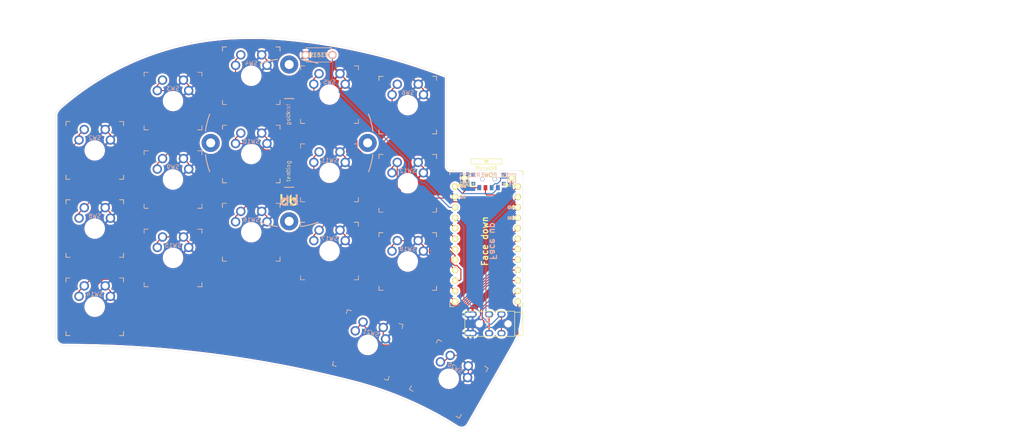
<source format=kicad_pcb>
(kicad_pcb (version 20211014) (generator pcbnew)
  (layers (0 "F.Cu" signal) (31 "B.Cu" signal) (34 "B.Paste" user) (35 "F.Paste" user) (36 "B.SilkS" user "B.Silkscreen") (37 "F.SilkS" user "F.Silkscreen") (38 "B.Mask" user) (39 "F.Mask" user) (44 "Edge.Cuts" user))
  (net 0 "")
  (net 1 "gnd")
  (net 2 "vcc")
  (net 3 "Switch18")
  (net 4 "reset")
  (net 5 "Switch1")
  (net 6 "Switch2")
  (net 7 "Switch3")
  (net 8 "Switch4")
  (net 9 "Switch5")
  (net 10 "Switch6")
  (net 11 "Switch7")
  (net 12 "Switch8")
  (net 13 "Switch9")
  (net 14 "Switch10")
  (net 15 "Switch11")
  (net 16 "Switch12")
  (net 17 "Switch13")
  (net 18 "Switch14")
  (net 19 "Switch15")
  (net 20 "Switch16")
  (net 21 "Switch17")
  (net 22 "raw")
  (net 23 "BT+_r")
  (net 24 "Net-(SW_POWERR1-Pad1)")
  (footprint "kbd:1pin_conn" (layer "F.Cu") (at 146.19 83.736)
    (fp_text reference "Bat+r1")
    (fp_text value "MountingHole_Pad" hide)
  )
  (footprint "kbd:1pin_conn" (layer "F.Cu") (at 134.76 83.736)
    (fp_text reference "BatGND1")
    (fp_text value "MountingHole_Pad" hide)
  )
  (footprint "Kailh:TRRS-PJ-DPB2" (layer "F.Cu") (at 146.95 119.15 -90)
    (fp_text reference "J2")
    (fp_text value "AudioJack4dpb" hide)
  )
  (footprint "Kailh:SW_MX_reversible_minimal" (layer "F.Cu") (at 45 77)
    (fp_text reference "SW2" hide)
    (fp_text value "SW_Push" hide)
  )
  (footprint "Kailh:SW_MX_reversible_minimal" (layer "F.Cu") (at 64 65)
    (fp_text reference "SW3" hide)
    (fp_text value "SW_Push" hide)
  )
  (footprint "Kailh:SW_MX_reversible_minimal" (layer "F.Cu") (at 83 58.86)
    (fp_text reference "SW4" hide)
    (fp_text value "SW_Push" hide)
  )
  (footprint "Kailh:SW_MX_reversible_minimal" (layer "F.Cu") (at 101.994 63.432)
    (fp_text reference "SW5" hide)
    (fp_text value "SW_Push" hide)
  )
  (footprint "Kailh:SW_MX_reversible_minimal" (layer "F.Cu") (at 121 66)
    (fp_text reference "SW6" hide)
    (fp_text value "SW_Push" hide)
  )
  (footprint "Kailh:SW_MX_reversible_minimal" (layer "F.Cu") (at 45 96)
    (fp_text reference "SW8" hide)
    (fp_text value "SW_Push" hide)
  )
  (footprint "Kailh:SW_MX_reversible_minimal" (layer "F.Cu") (at 64 84.074)
    (fp_text reference "SW9" hide)
    (fp_text value "SW_Push" hide)
  )
  (footprint "Kailh:SW_MX_reversible_minimal" (layer "F.Cu") (at 83 77.878)
    (fp_text reference "SW10" hide)
    (fp_text value "SW_Push" hide)
  )
  (footprint "Kailh:SW_MX_reversible_minimal" (layer "F.Cu") (at 102 82.45)
    (fp_text reference "SW11" hide)
    (fp_text value "SW_Push" hide)
  )
  (footprint "Kailh:SW_MX_reversible_minimal" (layer "F.Cu") (at 120.98 84.99)
    (fp_text reference "SW12" hide)
    (fp_text value "SW_Push" hide)
  )
  (footprint "Kailh:SW_MX_reversible_minimal" (layer "F.Cu") (at 45 115)
    (fp_text reference "SW14" hide)
    (fp_text value "SW_Push" hide)
  )
  (footprint "Kailh:SW_MX_reversible_minimal" (layer "F.Cu") (at 64.008 103.124)
    (fp_text reference "SW15" hide)
    (fp_text value "SW_Push" hide)
  )
  (footprint "Kailh:SW_MX_reversible_minimal" (layer "F.Cu") (at 83 96.896)
    (fp_text reference "SW16" hide)
    (fp_text value "SW_Push" hide)
  )
  (footprint "Kailh:SW_MX_reversible_minimal" (layer "F.Cu") (at 102 101.468)
    (fp_text reference "SW17" hide)
    (fp_text value "SW_Push" hide)
  )
  (footprint "Kailh:SW_MX_reversible_minimal" (layer "F.Cu") (at 130.95 132.504 -30)
    (fp_text reference "SW20" hide)
    (fp_text value "SW_Push" hide)
  )
  (footprint "Kailh:SW_MX_reversible_minimal" (layer "F.Cu") (at 111.272 124.288 -15)
    (fp_text reference "SW21" hide)
    (fp_text value "SW_Push" hide)
  )
  (footprint "kbd:Tenting_Puck2" (layer "F.Cu") (at 92.202 75.184)
    (fp_text reference "REF**")
    (fp_text value "Tenting Puck")
  )
  (footprint "Kailh:SPDT_C128955r" (layer "F.Cu") (at 140.602 83.99)
    (fp_text reference "SW2")
    (fp_text value "SW_SPDT")
  )
  (footprint "Kailh:SW_MX_reversible_minimal" (layer "F.Cu") (at 120.98 104.008)
    (fp_text reference "SW18" hide)
    (fp_text value "SW_Push" hide)
  )
  (footprint "kbd:ProMicro_v3_min" (layer "F.Cu") (at 140.094 100.246)
    (fp_text reference "U1" hide)
    (fp_text value "ProMicro-kbd" hide)
  )
  (footprint "Kailh:SPDT_C128955" (layer "B.Cu") (at 140.602 83.99 180)
    (fp_text reference "SW_POWERR1")
    (fp_text value "SW_SPDT")
  )
  (footprint "kbd:ResetSW" (layer "B.Cu") (at 99.45 53.8 180)
    (fp_text reference "RSW1" hide)
    (fp_text value "SW_Push")
  )
  (gr_arc (start 148.162 81.866) (mid 148.69233 82.08567) (end 148.912 82.616) (layer "Edge.Cuts") (width 0.05))
  (gr_line (start 148.912 96.45) (end 148.912 101.262) (layer "Edge.Cuts") (width 0.05))
  (gr_line (start 131.458 81.868917) (end 148.162 81.866) (layer "Edge.Cuts") (width 0.05))
  (gr_line (start 147.161679 123.613657) (end 135.71 143.699265) (layer "Edge.Cuts") (width 0.05))
  (gr_arc (start 148.924 116.248) (mid 148.462831 120.031316) (end 147.161679 123.613657) (layer "Edge.Cuts") (width 0.05))
  (gr_line (start 148.912 82.616) (end 148.912 96.45) (layer "Edge.Cuts") (width 0.05))
  (gr_line (start 148.912 101.262) (end 148.95 111.9) (layer "Edge.Cuts") (width 0.05))
  (gr_line (start 148.95 111.9) (end 148.924 116.248) (layer "Edge.Cuts") (width 0.05))
  (gr_arc (start 131.458 81.868917) (mid 130.750893 81.576024) (end 130.458 80.868917) (layer "Edge.Cuts") (width 0.05))
  (gr_line (start 130.458 80.868917) (end 130.463 59.473) (layer "Edge.Cuts") (width 0.05))
  (gr_arc (start 35.465859 68.23732) (mid 36.023193 67.119598) (end 36.894611 66.224861) (layer "Edge.Cuts") (width 0.05))
  (gr_arc (start 85.843227 49.463504) (mid 108.303644 52.385453) (end 130.028245 58.79247) (layer "Edge.Cuts") (width 0.05))
  (gr_line (start 37.767536 124.476378) (end 37.493002 124.473917) (layer "Edge.Cuts") (width 0.05))
  (gr_arc (start 107.797707 133.384137) (mid 120.821222 137.841207) (end 132.978 144.298) (layer "Edge.Cuts") (width 0.05))
  (gr_arc (start 37.767536 124.476378) (mid 73.062529 126.72971) (end 107.797707 133.384137) (layer "Edge.Cuts") (width 0.05))
  (gr_arc (start 37.493002 124.473917) (mid 36.080534 123.924716) (end 35.458001 122.542999) (layer "Edge.Cuts") (width 0.05))
  (gr_arc (start 135.71 143.699265) (mid 134.468995 144.56898) (end 132.978 144.298) (layer "Edge.Cuts") (width 0.05))
  (gr_arc (start 130.028245 58.79247) (mid 130.345034 59.069226) (end 130.463 59.473) (layer "Edge.Cuts") (width 0.05))
  (gr_line (start 35.465859 68.23732) (end 35.458001 122.542999) (layer "Edge.Cuts") (width 0.05))
  (gr_line (start 85.843227 49.463504) (end 81.868 49.468) (layer "Edge.Cuts") (width 0.05))
  (gr_arc (start 36.894611 66.224861) (mid 57.871135 53.793316) (end 81.868 49.468) (layer "Edge.Cuts") (width 0.05))
  (gr_text "Face up" (at 141.7 99.06 -90) (layer "B.SilkS") (effects (font (size 1.5 1.5) (thickness 0.3)) (justify mirror)))
  (gr_text "Face down" (at 139.7 99.06 90) (layer "F.SilkS") (effects (font (size 1.5 1.5) (thickness 0.3))))
  (segment (start 115.040252 120.038497) (end 115.040252 122.251323) (width 0.25) (layer "F.Cu") (net 1))
  (segment (start 67.818 99.314) (end 67.818 100.584) (width 0.25) (layer "F.Cu") (net 1))
  (segment (start 104.54 77.37) (end 105.81 78.64) (width 0.25) (layer "F.Cu") (net 1))
  (segment (start 104.534 58.352) (end 105.804 59.622) (width 0.25) (layer "F.Cu") (net 1))
  (segment (start 135.65 116.85) (end 136.7 116.85) (width 0.25) (layer "F.Cu") (net 1))
  (segment (start 124.79 100.198) (end 124.79 101.468) (width 0.25) (layer "F.Cu") (net 1))
  (segment (start 104.54 96.388) (end 105.81 97.658) (width 0.25) (layer "F.Cu") (net 1))
  (segment (start 136.7 116.85) (end 136.73 116.82) (width 0.25) (layer "F.Cu") (net 1))
  (segment (start 135.689705 129.374591) (end 135.689705 132.039147) (width 0.25) (layer "F.Cu") (net 1))
  (segment (start 124.79 81.18) (end 124.79 82.45) (width 0.25) (layer "F.Cu") (net 1))
  (segment (start 47.54 71.92) (end 48.81 73.19) (width 0.25) (layer "F.Cu") (net 1))
  (segment (start 123.54 60.92) (end 124.81 62.19) (width 0.25) (layer "F.Cu") (net 1))
  (segment (start 86.81 55.05) (end 86.81 56.32) (width 0.25) (layer "F.Cu") (net 1))
  (segment (start 47.54 109.92) (end 48.81 111.19) (width 0.25) (layer "F.Cu") (net 1))
  (segment (start 67.81 61.19) (end 67.81 62.46) (width 0.25) (layer "F.Cu") (net 1))
  (segment (start 124.81 62.19) (end 124.81 63.46) (width 0.25) (layer "F.Cu") (net 1))
  (segment (start 115.040252 122.251323) (end 115.609578 122.820649) (width 0.25) (layer "F.Cu") (net 1))
  (segment (start 123.52 79.91) (end 124.79 81.18) (width 0.25) (layer "F.Cu") (net 1))
  (segment (start 67.81 80.264) (end 67.81 81.534) (width 0.25) (layer "F.Cu") (net 1))
  (segment (start 48.81 92.19) (end 48.81 93.46) (width 0.25) (layer "F.Cu") (net 1))
  (segment (start 86.81 74.068) (end 86.81 75.338) (width 0.25) (layer "F.Cu") (net 1))
  (segment (start 136.72 121.42) (end 136.75 121.45) (width 0.25) (layer "F.Cu") (net 1))
  (segment (start 66.548 98.044) (end 67.818 99.314) (width 0.25) (layer "F.Cu") (net 1))
  (segment (start 105.81 78.64) (end 105.81 79.91) (width 0.25) (layer "F.Cu") (net 1))
  (segment (start 85.54 91.816) (end 86.81 93.086) (width 0.25) (layer "F.Cu") (net 1))
  (segment (start 86.81 93.086) (end 86.81 94.356) (width 0.25) (layer "F.Cu") (net 1))
  (segment (start 105.804 59.622) (end 105.804 60.892) (width 0.25) (layer "F.Cu") (net 1))
  (segment (start 48.81 111.19) (end 48.81 112.46) (width 0.25) (layer "F.Cu") (net 1))
  (segment (start 48.81 73.19) (end 48.81 74.46) (width 0.25) (layer "F.Cu") (net 1))
  (segment (start 105.81 97.658) (end 105.81 98.928) (width 0.25) (layer "F.Cu") (net 1))
  (segment (start 123.52 98.928) (end 124.79 100.198) (width 0.25) (layer "F.Cu") (net 1))
  (segment (start 66.54 59.92) (end 67.81 61.19) (width 0.25) (layer "F.Cu") (net 1))
  (segment (start 85.54 53.78) (end 86.81 55.05) (width 0.25) (layer "F.Cu") (net 1))
  (segment (start 85.54 72.798) (end 86.81 74.068) (width 0.25) (layer "F.Cu") (net 1))
  (segment (start 135.63 121.42) (end 136.72 121.42) (width 0.25) (layer "F.Cu") (net 1))
  (segment (start 66.54 78.994) (end 67.81 80.264) (width 0.25) (layer "F.Cu") (net 1))
  (segment (start 47.54 90.92) (end 48.81 92.19) (width 0.25) (layer "F.Cu") (net 1))
  (segment (start 135.689705 132.039147) (end 135.519557 132.209295) (width 0.25) (layer "F.Cu") (net 1))
  (segment (start 143.73 121.43) (end 143.75 121.45) (width 0.25) (layer "F.Cu") (net 2))
  (segment (start 143.73 116.82) (end 143.73 121.43) (width 0.25) (layer "F.Cu") (net 2))
  (segment (start 132.4854 93.388) (end 134.6 95.5026) (width 0.25) (layer "B.Cu") (net 2))
  (segment (start 140.8 119.25) (end 141.3 119.25) (width 0.25) (layer "B.Cu") (net 2))
  (segment (start 140.8 119.151522) (end 140.8 119.25) (width 0.25) (layer "B.Cu") (net 2))
  (segment (start 134.6 112.951522) (end 136.674239 115.025761) (width 0.25) (layer "B.Cu") (net 2))
  (segment (start 139.049239 116.799239) (end 139.049239 117.400761) (width 0.25) (layer "B.Cu") (net 2))
  (segment (start 136.674239 115.025761) (end 137.275761 115.025761) (width 0.25) (layer "B.Cu") (net 2))
  (segment (start 134.6 95.5026) (end 134.6 112.951522) (width 0.25) (layer "B.Cu") (net 2))
  (segment (start 137.275761 115.025761) (end 139.049239 116.799239) (width 0.25) (layer "B.Cu") (net 2))
  (segment (start 141.3 119.25) (end 143.73 116.82) (width 0.25) (layer "B.Cu") (net 2))
  (segment (start 139.049239 117.400761) (end 140.8 119.151522) (width 0.25) (layer "B.Cu") (net 2))
  (segment (start 140.73 121.43) (end 140.75 121.45) (width 0.25) (layer "F.Cu") (net 3))
  (segment (start 139.97 121.014) (end 139.99 121.034) (width 0.25) (layer "F.Cu") (net 3))
  (segment (start 140.73 116.82) (end 140.73 121.43) (width 0.25) (layer "F.Cu") (net 3))
  (segment (start 139.97 96.0434) (end 147.7054 88.308) (width 0.25) (layer "B.Cu") (net 3))
  (segment (start 139.97 116.404) (end 139.97 96.0434) (width 0.25) (layer "B.Cu") (net 3))
  (segment (start 102.7 59.85) (end 104.336489 61.486489) (width 0.25) (layer "B.Cu") (net 4))
  (segment (start 104.336489 62.856136) (end 121.290176 79.809824) (width 0.25) (layer "B.Cu") (net 4))
  (segment (start 125.15 84.9) (end 131.098 90.848) (width 0.25) (layer "B.Cu") (net 4))
  (segment (start 104.336489 61.486489) (end 104.336489 62.856136) (width 0.25) (layer "B.Cu") (net 4))
  (segment (start 124.4 84.9) (end 125.15 84.9) (width 0.25) (layer "B.Cu") (net 4))
  (segment (start 131.098 90.848) (end 132.4854 90.848) (width 0.25) (layer "B.Cu") (net 4))
  (segment (start 121.290176 81.790176) (end 124.4 84.9) (width 0.25) (layer "B.Cu") (net 4))
  (segment (start 102.7 53.8) (end 102.7 59.85) (width 0.25) (layer "B.Cu") (net 4))
  (segment (start 121.290176 79.809824) (end 121.290176 81.790176) (width 0.25) (layer "B.Cu") (net 4))
  (segment (start 138.65048 115.602824) (end 138.65048 117.15) (width 0.25) (layer "F.Cu") (net 5))
  (segment (start 94.15 106.05) (end 88.6 100.5) (width 0.25) (layer "F.Cu") (net 5))
  (segment (start 42.35 114.8) (end 42.4 114.85) (width 0.25) (layer "F.Cu") (net 5))
  (segment (start 88.6 100.5) (end 72 100.5) (width 0.25) (layer "F.Cu") (net 5))
  (segment (start 42.46 71.92) (end 41.19 73.19) (width 0.25) (layer "F.Cu") (net 5))
  (segment (start 64.15 108.35) (end 47.034625 108.35) (width 0.25) (layer "F.Cu") (net 5))
  (segment (start 42.881089 113.568911) (end 42.35 114.1) (width 0.25) (layer "F.Cu") (net 5))
  (segment (start 72 100.5) (end 64.15 108.35) (width 0.25) (layer "F.Cu") (net 5))
  (segment (start 117.2 106.05) (end 94.15 106.05) (width 0.25) (layer "F.Cu") (net 5))
  (segment (start 125.706125 111.643875) (end 122.793875 111.643875) (width 0.25) (layer "F.Cu") (net 5))
  (segment (start 145.625304 108.628) (end 138.65048 115.602824) (width 0.25) (layer "F.Cu") (net 5))
  (segment (start 137.25144 118.54904) (end 132.611291 118.54904) (width 0.25) (layer "F.Cu") (net 5))
  (segment (start 40.85 116.4) (end 39.35 116.4) (width 0.25) (layer "F.Cu") (net 5))
  (segment (start 42.35 114.1) (end 42.35 114.8) (width 0.25) (layer "F.Cu") (net 5))
  (segment (start 41.19 73.19) (end 41.19 74.46) (width 0.25) (layer "F.Cu") (net 5))
  (segment (start 38.5 77.15) (end 41.19 74.46) (width 0.25) (layer "F.Cu") (net 5))
  (segment (start 39.35 116.4) (end 38.5 115.55) (width 0.25) (layer "F.Cu") (net 5))
  (segment (start 47.034625 108.35) (end 42.881089 112.503536) (width 0.25) (layer "F.Cu") (net 5))
  (segment (start 38.5 115.55) (end 38.5 77.15) (width 0.25) (layer "F.Cu") (net 5))
  (segment (start 42.881089 112.503536) (end 42.881089 113.568911) (width 0.25) (layer "F.Cu") (net 5))
  (segment (start 147.7054 108.628) (end 145.625304 108.628) (width 0.25) (layer "F.Cu") (net 5))
  (segment (start 132.611291 118.54904) (end 125.706125 111.643875) (width 0.25) (layer "F.Cu") (net 5))
  (segment (start 42.4 114.85) (end 40.85 116.4) (width 0.25) (layer "F.Cu") (net 5))
  (segment (start 138.65048 117.15) (end 137.25144 118.54904) (width 0.25) (layer "F.Cu") (net 5))
  (segment (start 122.793875 111.643875) (end 117.2 106.05) (width 0.25) (layer "F.Cu") (net 5))
  (segment (start 129.89542 99.95458) (end 132.4854 102.54456) (width 0.25) (layer "F.Cu") (net 6))
  (segment (start 98.170956 71.44952) (end 98.674228 71.952792) (width 0.25) (layer "F.Cu") (net 6))
  (segment (start 117.346436 87.405596) (end 117.346436 88.203565) (width 0.25) (layer "F.Cu") (net 6))
  (segment (start 132.4854 102.54456) (end 132.4854 103.548) (width 0.25) (layer "F.Cu") (net 6))
  (segment (start 91.95048 71.442792) (end 91.95048 71.44952) (width 0.25) (layer "F.Cu") (net 6))
  (segment (start 129.95096 95.300714) (end 129.95096 99.89904) (width 0.25) (layer "F.Cu") (net 6))
  (segment (start 60.19 61.19) (end 60.19 62.46) (width 0.25) (layer "F.Cu") (net 6))
  (segment (start 107.562756 74.962756) (end 107.562756 76.937244) (width 0.25) (layer "F.Cu") (net 6))
  (segment (start 125.203039 90.552793) (end 129.95096 95.300714) (width 0.25) (layer "F.Cu") (net 6))
  (segment (start 117.346436 88.203565) (end 119.895664 90.752793) (width 0.25) (layer "F.Cu") (net 6))
  (segment (start 125 90.752793) (end 125.2 90.552793) (width 0.25) (layer "F.Cu") (net 6))
  (segment (start 107.762756 77.137244) (end 107.837244 77.137244) (width 0.25) (layer "F.Cu") (net 6))
  (segment (start 98.674228 71.952792) (end 98.67654 71.95048) (width 0.25) (layer "F.Cu") (net 6))
  (segment (start 129.95096 99.89904) (end 129.89542 99.95458) (width 0.25) (layer "F.Cu") (net 6))
  (segment (start 98.67654 71.95048) (end 104.55048 71.95048) (width 0.25) (layer "F.Cu") (net 6))
  (segment (start 112.657621 82.716781) (end 117.346436 87.405596) (width 0.25) (layer "F.Cu") (net 6))
  (segment (start 60.19 62.46) (end 65.51 62.46) (width 0.25) (layer "F.Cu") (net 6))
  (segment (start 85.957688 65.45) (end 91.95048 71.442792) (width 0.25) (layer "F.Cu") (net 6))
  (segment (start 112.657621 81.957621) (end 112.657621 82.716781) (width 0.25) (layer "F.Cu") (net 6))
  (segment (start 65.51 62.46) (end 68.5 65.45) (width 0.25) (layer "F.Cu") (net 6))
  (segment (start 107.837244 77.137244) (end 112.657621 81.957621) (width 0.25) (layer "F.Cu") (net 6))
  (segment (start 104.55048 71.95048) (end 107.562756 74.962756) (width 0.25) (layer "F.Cu") (net 6))
  (segment (start 119.895664 90.752793) (end 125 90.752793) (width 0.25) (layer "F.Cu") (net 6))
  (segment (start 107.562756 76.937244) (end 107.762756 77.137244) (width 0.25) (layer "F.Cu") (net 6))
  (segment (start 125.2 90.552793) (end 125.203039 90.552793) (width 0.25) (layer "F.Cu") (net 6))
  (segment (start 91.95048 71.44952) (end 98.170956 71.44952) (width 0.25) (layer "F.Cu") (net 6))
  (segment (start 68.5 65.45) (end 85.957688 65.45) (width 0.25) (layer "F.Cu") (net 6))
  (segment (start 61.46 59.92) (end 60.19 61.19) (width 0.25) (layer "F.Cu") (net 6))
  (segment (start 125.210484 89.92452) (end 130.40048 95.114516) (width 0.25) (layer "F.Cu") (net 7))
  (segment (start 79.19 55.05) (end 79.19 56.32) (width 0.25) (layer "F.Cu") (net 7))
  (segment (start 92.143406 71) (end 98.357154 71) (width 0.25) (layer "F.Cu") (net 7))
  (segment (start 113.15048 82.573922) (end 117.762263 87.185705) (width 0.25) (layer "F.Cu") (net 7))
  (segment (start 108.20048 74.89952) (end 108.20048 76.84952) (width 0.25) (layer "F.Cu") (net 7))
  (segment (start 108.20048 76.84952) (end 108.313803 76.84952) (width 0.25) (layer "F.Cu") (net 7))
  (segment (start 108.313803 76.84952) (end 113.15096 81.686677) (width 0.25) (layer "F.Cu") (net 7))
  (segment (start 98.357154 71) (end 98.858114 71.50096) (width 0.25) (layer "F.Cu") (net 7))
  (segment (start 83.028297 64.978297) (end 86.121703 64.978297) (width 0.25) (layer "F.Cu") (net 7))
  (segment (start 120.081861 90.303273) (end 124.6 90.303273) (width 0.25) (layer "F.Cu") (net 7))
  (segment (start 98.858114 71.50096) (end 104.80192 71.50096) (width 0.25) (layer "F.Cu") (net 7))
  (segment (start 130.40048 99.536198) (end 131.872283 101.008) (width 0.25) (layer "F.Cu") (net 7))
  (segment (start 124.92452 89.92452) (end 125.210484 89.92452) (width 0.25) (layer "F.Cu") (net 7))
  (segment (start 124.92452 89.978753) (end 124.92452 89.92452) (width 0.25) (layer "F.Cu") (net 7))
  (segment (start 117.814295 87.185705) (end 117.814294 88.035706) (width 0.25) (layer "F.Cu") (net 7))
  (segment (start 79.19 56.32) (end 79.19 61.14) (width 0.25) (layer "F.Cu") (net 7))
  (segment (start 80.46 53.78) (end 79.19 55.05) (width 0.25) (layer "F.Cu") (net 7))
  (segment (start 86.121703 64.978297) (end 92.143406 71) (width 0.25) (layer "F.Cu") (net 7))
  (segment (start 79.19 61.14) (end 83.028297 64.978297) (width 0.25) (layer "F.Cu") (net 7))
  (segment (start 113.15096 81.74904) (end 113.15048 81.74952) (width 0.25) (layer "F.Cu") (net 7))
  (segment (start 124.6 90.303273) (end 124.92452 89.978753) (width 0.25) (layer "F.Cu") (net 7))
  (segment (start 130.40048 95.114516) (end 130.40048 99.536198) (width 0.25) (layer "F.Cu") (net 7))
  (segment (start 117.814294 88.035706) (end 120.081861 90.303273) (width 0.25) (layer "F.Cu") (net 7))
  (segment (start 131.872283 101.008) (end 132.4854 101.008) (width 0.25) (layer "F.Cu") (net 7))
  (segment (start 113.15096 81.686677) (end 113.15096 81.74904) (width 0.25) (layer "F.Cu") (net 7))
  (segment (start 113.15048 81.74952) (end 113.15048 82.573922) (width 0.25) (layer "F.Cu") (net 7))
  (segment (start 104.80192 71.50096) (end 108.20048 74.89952) (width 0.25) (layer "F.Cu") (net 7))
  (segment (start 117.762263 87.185705) (end 117.814295 87.185705) (width 0.25) (layer "F.Cu") (net 7))
  (segment (start 118.325 87.060693) (end 118.325 87.910694) (width 0.25) (layer "F.Cu") (net 8))
  (segment (start 130.85 94.928318) (end 130.85 96.8326) (width 0.25) (layer "F.Cu") (net 8))
  (segment (start 113.652511 82.388204) (end 118.325 87.060693) (width 0.25) (layer "F.Cu") (net 8))
  (segment (start 102 70.5) (end 104.55 70.5) (width 0.25) (layer "F.Cu") (net 8))
  (segment (start 98.184 60.892) (end 98.184 66.684) (width 0.25) (layer "F.Cu") (net 8))
  (segment (start 99.454 58.352) (end 98.184 59.622) (width 0.25) (layer "F.Cu") (net 8))
  (segment (start 98.184 59.622) (end 98.184 60.892) (width 0.25) (layer "F.Cu") (net 8))
  (segment (start 130.85 96.8326) (end 132.4854 98.468) (width 0.25) (layer "F.Cu") (net 8))
  (segment (start 108.65 76.55) (end 108.85 76.55) (width 0.25) (layer "F.Cu") (net 8))
  (segment (start 104.55 70.5) (end 108.65 74.6) (width 0.25) (layer "F.Cu") (net 8))
  (segment (start 124.253753 89.85) (end 124.629233 89.47452) (width 0.25) (layer "F.Cu") (net 8))
  (segment (start 124.629233 89.47452) (end 125.396202 89.47452) (width 0.25) (layer "F.Cu") (net 8))
  (segment (start 108.85 76.55) (end 113.60048 81.30048) (width 0.25) (layer "F.Cu") (net 8))
  (segment (start 125.396202 89.47452) (end 130.85 94.928318) (width 0.25) (layer "F.Cu") (net 8))
  (segment (start 120.264306 89.85) (end 124.253753 89.85) (width 0.25) (layer "F.Cu") (net 8))
  (segment (start 118.325 87.910694) (end 120.264306 89.85) (width 0.25) (layer "F.Cu") (net 8))
  (segment (start 113.60048 82.388204) (end 113.652511 82.388204) (width 0.25) (layer "F.Cu") (net 8))
  (segment (start 113.60048 81.30048) (end 113.60048 82.388204) (width 0.25) (layer "F.Cu") (net 8))
  (segment (start 98.184 66.684) (end 102 70.5) (width 0.25) (layer "F.Cu") (net 8))
  (segment (start 108.65 74.6) (end 108.65 76.55) (width 0.25) (layer "F.Cu") (net 8))
  (segment (start 124.067555 89.217555) (end 124.067555 89.40048) (width 0.25) (layer "F.Cu") (net 9))
  (segment (start 118.77452 87.724496) (end 118.77452 86.874495) (width 0.25) (layer "F.Cu") (net 9))
  (segment (start 125.675 89.025) (end 124.26011 89.025) (width 0.25) (layer "F.Cu") (net 9))
  (segment (start 114.05 82.149975) (end 114.05 75.956199) (width 0.25) (layer "F.Cu") (net 9))
  (segment (start 118.46 60.92) (end 117.19 62.19) (width 0.25) (layer "F.Cu") (net 9))
  (segment (start 114.05 75.956199) (end 117.19 72.816199) (width 0.25) (layer "F.Cu") (net 9))
  (segment (start 132.4854 95.928) (end 129.525 92.9676) (width 0.25) (layer "F.Cu") (net 9))
  (segment (start 124.067555 89.40048) (end 120.450504 89.40048) (width 0.25) (layer "F.Cu") (net 9))
  (segment (start 129.525 92.875) (end 125.675 89.025) (width 0.25) (layer "F.Cu") (net 9))
  (segment (start 129.525 92.9676) (end 129.525 92.875) (width 0.25) (layer "F.Cu") (net 9))
  (segment (start 117.19 62.19) (end 117.19 63.46) (width 0.25) (layer "F.Cu") (net 9))
  (segment (start 124.26011 89.025) (end 124.067555 89.217555) (width 0.25) (layer "F.Cu") (net 9))
  (segment (start 118.77452 86.874495) (end 114.05 82.149975) (width 0.25) (layer "F.Cu") (net 9))
  (segment (start 120.450504 89.40048) (end 118.77452 87.724496) (width 0.25) (layer "F.Cu") (net 9))
  (segment (start 117.19 72.816199) (end 117.19 63.46) (width 0.25) (layer "F.Cu") (net 9))
  (segment (start 85.328565 66.34904) (end 91.30144 72.321915) (width 0.25) (layer "F.Cu") (net 10))
  (segment (start 125.030643 91.651833) (end 129.05192 95.67311) (width 0.25) (layer "F.Cu") (net 10))
  (segment (start 129.05192 98.14808) (end 128.99638 98.20362) (width 0.25) (layer "F.Cu") (net 10))
  (segment (start 97.79856 72.34856) (end 98.301832 72.851832) (width 0.25) (layer "F.Cu") (net 10))
  (segment (start 103.851832 72.851832) (end 106.65048 75.65048) (width 0.25) (layer "F.Cu") (net 10))
  (segment (start 128.99638 98.20362) (end 128.99638 100.386724) (width 0.25) (layer "F.Cu") (net 10))
  (segment (start 129.05192 95.67311) (end 129.05192 98.14808) (width 0.25) (layer "F.Cu") (net 10))
  (segment (start 42.46 90.92) (end 46.1269 87.2531) (width 0.25) (layer "F.Cu") (net 10))
  (segment (start 91.30144 72.321915) (end 91.30144 72.34856) (width 0.25) (layer "F.Cu") (net 10))
  (segment (start 116.254828 87.645172) (end 116.254828 88.383394) (width 0.25) (layer "F.Cu") (net 10))
  (segment (start 46.1269 87.2531) (end 56.8469 87.2531) (width 0.25) (layer "F.Cu") (net 10))
  (segment (start 106.65048 77.30048) (end 111.758581 82.408581) (width 0.25) (layer "F.Cu") (net 10))
  (segment (start 64.5 79.6) (end 64.5 76.589718) (width 0.25) (layer "F.Cu") (net 10))
  (segment (start 41.19 92.19) (end 41.19 93.46) (width 0.25) (layer "F.Cu") (net 10))
  (segment (start 130.35 101.740343) (end 130.35 103.9526) (width 0.25) (layer "F.Cu") (net 10))
  (segment (start 106.65048 75.65048) (end 106.65048 77.30048) (width 0.25) (layer "F.Cu") (net 10))
  (segment (start 111.758581 82.408581) (end 111.758581 83.148925) (width 0.25) (layer "F.Cu") (net 10))
  (segment (start 128.99638 100.386724) (end 130.35 101.740343) (width 0.25) (layer "F.Cu") (net 10))
  (segment (start 91.30144 72.34856) (end 97.79856 72.34856) (width 0.25) (layer "F.Cu") (net 10))
  (segment (start 64.5 76.589718) (end 74.740678 66.34904) (width 0.25) (layer "F.Cu") (net 10))
  (segment (start 130.35 103.9526) (end 132.4854 106.088) (width 0.25) (layer "F.Cu") (net 10))
  (segment (start 111.758581 83.148925) (end 116.254828 87.645172) (width 0.25) (layer "F.Cu") (net 10))
  (segment (start 116.254828 88.383394) (end 119.523268 91.651833) (width 0.25) (layer "F.Cu") (net 10))
  (segment (start 56.8469 87.2531) (end 64.5 79.6) (width 0.25) (layer "F.Cu") (net 10))
  (segment (start 42.46 90.92) (end 41.19 92.19) (width 0.25) (layer "F.Cu") (net 10))
  (segment (start 74.740678 66.34904) (end 85.328565 66.34904) (width 0.25) (layer "F.Cu") (net 10))
  (segment (start 98.301832 72.851832) (end 103.851832 72.851832) (width 0.25) (layer "F.Cu") (net 10))
  (segment (start 119.523268 91.651833) (end 125.030643 91.651833) (width 0.25) (layer "F.Cu") (net 10))
  (segment (start 116.728577 88.221424) (end 119.709466 91.202313) (width 0.25) (layer "F.Cu") (net 11))
  (segment (start 91.514283 71.89904) (end 97.984758 71.89904) (width 0.25) (layer "F.Cu") (net 11))
  (segment (start 129.50144 99.712842) (end 129.4459 99.768382) (width 0.25) (layer "F.Cu") (net 11))
  (segment (start 107.1 77.110206) (end 110.032653 80.042859) (width 0.25) (layer "F.Cu") (net 11))
  (segment (start 132.88396 104.95) (end 133.89198 105.95802) (width 0.25) (layer "F.Cu") (net 11))
  (segment (start 132.3 104.95) (end 132.88396 104.95) (width 0.25) (layer "F.Cu") (net 11))
  (segment (start 110.107141 80.042859) (end 112.208101 82.143819) (width 0.25) (layer "F.Cu") (net 11))
  (segment (start 85.514763 65.89952) (end 91.514283 71.89904) (width 0.25) (layer "F.Cu") (net 11))
  (segment (start 60.19 80.264) (end 60.19 81.534) (width 0.25) (layer "F.Cu") (net 11))
  (segment (start 129.50144 95.486912) (end 129.50144 99.712842) (width 0.25) (layer "F.Cu") (net 11))
  (segment (start 110.032653 80.042859) (end 110.107141 80.042859) (width 0.25) (layer "F.Cu") (net 11))
  (segment (start 133.89198 108.37406) (end 133.63804 108.628) (width 0.25) (layer "F.Cu") (net 11))
  (segment (start 104.35 72.4) (end 107.1 75.15) (width 0.25) (layer "F.Cu") (net 11))
  (segment (start 129.4459 100.200526) (end 131.398889 102.153514) (width 0.25) (layer "F.Cu") (net 11))
  (segment (start 119.709466 91.202313) (end 125.197687 91.202313) (width 0.25) (layer "F.Cu") (net 11))
  (segment (start 125.207264 91.192736) (end 129.50144 95.486912) (width 0.25) (layer "F.Cu") (net 11))
  (segment (start 112.208101 82.962727) (end 116.622687 87.377313) (width 0.25) (layer "F.Cu") (net 11))
  (segment (start 104.347688 72.402312) (end 104.35 72.4) (width 0.25) (layer "F.Cu") (net 11))
  (segment (start 116.097687 86.852313) (end 116.728577 87.483203) (width 0.25) (layer "F.Cu") (net 11))
  (segment (start 129.4459 99.768382) (end 129.4459 100.200526) (width 0.25) (layer "F.Cu") (net 11))
  (segment (start 133.63804 108.628) (end 132.4854 108.628) (width 0.25) (layer "F.Cu") (net 11))
  (segment (start 97.984758 71.89904) (end 98.48803 72.402312) (width 0.25) (layer "F.Cu") (net 11))
  (segment (start 98.48803 72.402312) (end 104.347688 72.402312) (width 0.25) (layer "F.Cu") (net 11))
  (segment (start 133.89198 105.95802) (end 133.89198 108.37406) (width 0.25) (layer "F.Cu") (net 11))
  (segment (start 131.398889 102.153514) (end 131.398889 104.048889) (width 0.25) (layer "F.Cu") (net 11))
  (segment (start 116.728577 87.483203) (end 116.728577 88.221424) (width 0.25) (layer "F.Cu") (net 11))
  (segment (start 61.46 78.994) (end 74.55448 65.89952) (width 0.25) (layer "F.Cu") (net 11))
  (segment (start 131.398889 104.048889) (end 132.3 104.95) (width 0.25) (layer "F.Cu") (net 11))
  (segment (start 61.46 78.994) (end 60.19 80.264) (width 0.25) (layer "F.Cu") (net 11))
  (segment (start 74.55448 65.89952) (end 85.514763 65.89952) (width 0.25) (layer "F.Cu") (net 11))
  (segment (start 107.1 75.15) (end 107.1 77.110206) (width 0.25) (layer "F.Cu") (net 11))
  (segment (start 125.197687 91.202313) (end 125.207264 91.192736) (width 0.25) (layer "F.Cu") (net 11))
  (segment (start 112.208101 82.143819) (end 112.208101 82.962727) (width 0.25) (layer "F.Cu") (net 11))
  (segment (start 128.54686 100.57292) (end 129.90048 101.926541) (width 0.25) (layer "F.Cu") (net 12))
  (segment (start 129.90048 108.58308) (end 132.4854 111.168) (width 0.25) (layer "F.Cu") (net 12))
  (segment (start 128.6024 95.859308) (end 128.54686 95.914848) (width 0.25) (layer "F.Cu") (net 12))
  (segment (start 106.132141 77.417859) (end 111.032141 82.317859) (width 0.25) (layer "F.Cu") (net 12))
  (segment (start 115.073939 87.1) (end 115.073939 87.123939) (width 0.25) (layer "F.Cu") (net 12))
  (segment (start 119.33707 92.101353) (end 124.844445 92.101353) (width 0.25) (layer "F.Cu") (net 12))
  (segment (start 115.805308 87.855308) (end 115.805308 88.56959) (width 0.25) (layer "F.Cu") (net 12))
  (segment (start 79.19 75.338) (end 84.734625 75.338) (width 0.25) (layer "F.Cu") (net 12))
  (segment (start 84.734625 75.338) (end 86.296625 76.9) (width 0.25) (layer "F.Cu") (net 12))
  (segment (start 99.95 74.45) (end 104.814282 74.45) (width 0.25) (layer "F.Cu") (net 12))
  (segment (start 104.814282 74.45) (end 106.132141 75.767859) (width 0.25) (layer "F.Cu") (net 12))
  (segment (start 128.54686 95.914848) (end 128.54686 100.57292) (width 0.25) (layer "F.Cu") (net 12))
  (segment (start 115.073939 87.123939) (end 115.805308 87.855308) (width 0.25) (layer "F.Cu") (net 12))
  (segment (start 106.132141 75.767859) (end 106.132141 77.417859) (width 0.25) (layer "F.Cu") (net 12))
  (segment (start 129.90048 101.926541) (end 129.90048 108.58308) (width 0.25) (layer "F.Cu") (net 12))
  (segment (start 79.19 74.068) (end 79.19 75.338) (width 0.25) (layer "F.Cu") (net 12))
  (segment (start 80.46 72.798) (end 79.19 74.068) (width 0.25) (layer "F.Cu") (net 12))
  (segment (start 111.032141 82.317859) (end 111.032141 83.058202) (width 0.25) (layer "F.Cu") (net 12))
  (segment (start 97.5 76.9) (end 99.95 74.45) (width 0.25) (layer "F.Cu") (net 12))
  (segment (start 124.844445 92.101353) (end 128.6024 95.859308) (width 0.25) (layer "F.Cu") (net 12))
  (segment (start 111.032141 83.058202) (end 115.073939 87.1) (width 0.25) (layer "F.Cu") (net 12))
  (segment (start 115.805308 88.56959) (end 119.33707 92.101353) (width 0.25) (layer "F.Cu") (net 12))
  (segment (start 86.296625 76.9) (end 97.5 76.9) (width 0.25) (layer "F.Cu") (net 12))
  (segment (start 119.100644 92.550873) (end 115.936427 89.386656) (width 0.25) (layer "F.Cu") (net 13))
  (segment (start 98.19 78.64) (end 98.19 79.91) (width 0.25) (layer "F.Cu") (net 13))
  (segment (start 128.06911 95.961736) (end 128.06911 100.73089) (width 0.25) (layer "F.Cu") (net 13))
  (segment (start 129.45096 102.112739) (end 129.45096 110.67356) (width 0.25) (layer "F.Cu") (net 13))
  (segment (start 115.936427 89.386656) (end 115.936427 89.336427) (width 0.25) (layer "F.Cu") (net 13))
  (segment (start 98.19 87.962625) (end 98.19 79.91) (width 0.25) (layer "F.Cu") (net 13))
  (segment (start 129.45096 110.67356) (end 132.4854 113.708) (width 0.25) (layer "F.Cu") (net 13))
  (segment (start 119.889094 92.550873) (end 124.658247 92.550873) (width 0.25) (layer "F.Cu") (net 13))
  (segment (start 128.06911 100.73089) (end 129.45096 102.112739) (width 0.25) (layer "F.Cu") (net 13))
  (segment (start 120.499127 92.550873) (end 119.100644 92.550873) (width 0.25) (layer "F.Cu") (net 13))
  (segment (start 99.563803 89.336427) (end 98.19 87.962625) (width 0.25) (layer "F.Cu") (net 13))
  (segment (start 124.658247 92.550873) (end 128.06911 95.961736) (width 0.25) (layer "F.Cu") (net 13))
  (segment (start 99.46 77.37) (end 98.19 78.64) (width 0.25) (layer "F.Cu") (net 13))
  (segment (start 115.936427 89.336427) (end 99.563803 89.336427) (width 0.25) (layer "F.Cu") (net 13))
  (segment (start 123.788802 88.57548) (end 131.21632 88.57548) (width 0.25) (layer "F.Cu") (net 14))
  (segment (start 120.62404 88.9) (end 123.464282 88.9) (width 0.25) (layer "F.Cu") (net 14))
  (segment (start 131.21632 88.57548) (end 132.14084 89.5) (width 0.25) (layer "F.Cu") (net 14))
  (segment (start 132.14084 89.5) (end 143.9734 89.5) (width 0.25) (layer "F.Cu") (net 14))
  (segment (start 143.9734 89.5) (end 147.7054 85.768) (width 0.25) (layer "F.Cu") (net 14))
  (segment (start 118.44 85.904257) (end 119.22404 86.688297) (width 0.25) (layer "F.Cu") (net 14))
  (segment (start 123.464282 88.9) (end 123.788802 88.57548) (width 0.25) (layer "F.Cu") (net 14))
  (segment (start 118.44 79.91) (end 117.17 81.18) (width 0.25) (layer "F.Cu") (net 14))
  (segment (start 117.17 81.18) (end 117.17 82.45) (width 0.25) (layer "F.Cu") (net 14))
  (segment (start 119.22404 86.688297) (end 119.22404 87.5) (width 0.25) (layer "F.Cu") (net 14))
  (segment (start 118.44 79.91) (end 118.44 85.904257) (width 0.25) (layer "F.Cu") (net 14))
  (segment (start 119.22404 87.5) (end 120.62404 88.9) (width 0.25) (layer "F.Cu") (net 14))
  (segment (start 124.472049 93.000393) (end 127.61959 96.147934) (width 0.25) (layer "F.Cu") (net 15))
  (segment (start 132.035351 114.794511) (end 132.935449 114.794511) (width 0.25) (layer "F.Cu") (net 15))
  (segment (start 74.75 85.6) (end 95.191657 85.6) (width 0.25) (layer "F.Cu") (net 15))
  (segment (start 115.7 89.785947) (end 118.914446 93.000393) (width 0.25) (layer "F.Cu") (net 15))
  (segment (start 95.191657 85.6) (end 99.541659 89.95) (width 0.25) (layer "F.Cu") (net 15))
  (segment (start 99.705712 89.785947) (end 115.7 89.785947) (width 0.25) (layer "F.Cu") (net 15))
  (segment (start 57.19 95.19) (end 65.16 95.19) (width 0.25) (layer "F.Cu") (net 15))
  (segment (start 118.914446 93.000393) (end 124.472049 93.000393) (width 0.25) (layer "F.Cu") (net 15))
  (segment (start 41.19 111.19) (end 41.19 112.46) (width 0.25) (layer "F.Cu") (net 15))
  (segment (start 127.81959 101.18041) (end 127.88041 101.18041) (width 0.25) (layer "F.Cu") (net 15))
  (segment (start 128.92042 111.67958) (end 132.035351 114.794511) (width 0.25) (layer "F.Cu") (net 15))
  (segment (start 129.00144 102.30144) (end 129.00144 111.59856) (width 0.25) (layer "F.Cu") (net 15))
  (segment (start 127.88041 101.18041) (end 129.00144 102.30144) (width 0.25) (layer "F.Cu") (net 15))
  (segment (start 42.46 109.92) (end 57.19 95.19) (width 0.25) (layer "F.Cu") (net 15))
  (segment (start 132.935449 114.794511) (end 142.5 105.22996) (width 0.25) (layer "F.Cu") (net 15))
  (segment (start 142.5 101.1334) (end 147.7054 95.928) (width 0.25) (layer "F.Cu") (net 15))
  (segment (start 65.16 95.19) (end 74.75 85.6) (width 0.25) (layer "F.Cu") (net 15))
  (segment (start 42.46 109.92) (end 41.19 111.19) (width 0.25) (layer "F.Cu") (net 15))
  (segment (start 129.00144 111.59856) (end 128.92042 111.67958) (width 0.25) (layer "F.Cu") (net 15))
  (segment (start 99.541659 89.95) (end 99.705712 89.785947) (width 0.25) (layer "F.Cu") (net 15))
  (segment (start 142.5 105.22996) (end 142.5 101.1334) (width 0.25) (layer "F.Cu") (net 15))
  (segment (start 127.61959 100.98041) (end 127.81959 101.18041) (width 0.25) (layer "F.Cu") (net 15))
  (segment (start 127.61959 96.147934) (end 127.61959 100.98041) (width 0.25) (layer "F.Cu") (net 15))
  (segment (start 95.005459 86.04952) (end 74.936197 86.04952) (width 0.25) (layer "F.Cu") (net 16))
  (segment (start 128.377561 111.772439) (end 128.377561 102.574098) (width 0.25) (layer "F.Cu") (net 16))
  (segment (start 147.7054 98.468) (end 142.94952 103.22388) (width 0.25) (layer "F.Cu") (net 16))
  (segment (start 99.355461 90.39952) (end 95.005459 86.04952) (width 0.25) (layer "F.Cu") (net 16))
  (segment (start 124.285851 93.449913) (end 118.614446 93.449913) (width 0.25) (layer "F.Cu") (net 16))
  (segment (start 118.614446 93.449913) (end 115.564052 90.39952) (width 0.25) (layer "F.Cu") (net 16))
  (segment (start 142.95 105.415677) (end 133.121646 115.244031) (width 0.25) (layer "F.Cu") (net 16))
  (segment (start 131.849154 115.244031) (end 128.377561 111.772439) (width 0.25) (layer "F.Cu") (net 16))
  (segment (start 61.468 98.044) (end 60.198 99.314) (width 0.25) (layer "F.Cu") (net 16))
  (segment (start 62.941717 98.044) (end 61.468 98.044) (width 0.25) (layer "F.Cu") (net 16))
  (segment (start 74.936197 86.04952) (end 62.941717 98.044) (width 0.25) (layer "F.Cu") (net 16))
  (segment (start 133.121646 115.244031) (end 131.849154 115.244031) (width 0.25) (layer "F.Cu") (net 16))
  (segment (start 60.198 99.314) (end 60.198 100.584) (width 0.25) (layer "F.Cu") (net 16))
  (segment (start 115.564052 90.39952) (end 99.355461 90.39952) (width 0.25) (layer "F.Cu") (net 16))
  (segment (start 127.17007 101.366607) (end 127.17007 96.334132) (width 0.25) (layer "F.Cu") (net 16))
  (segment (start 142.94952 103.22388) (end 142.94952 105.415197) (width 0.25) (layer "F.Cu") (net 16))
  (segment (start 128.377561 102.574098) (end 127.17007 101.366607) (width 0.25) (layer "F.Cu") (net 16))
  (segment (start 127.17007 96.334132) (end 124.285851 93.449913) (width 0.25) (layer "F.Cu") (net 16))
  (segment (start 142.94952 105.415197) (end 142.95 105.415677) (width 0.25) (layer "F.Cu") (net 16))
  (segment (start 127.928041 111.921959) (end 127.909703 111.940297) (width 0.25) (layer "F.Cu") (net 17))
  (segment (start 99.09904 90.84904) (end 99.09904 90.778819) (width 0.25) (layer "F.Cu") (net 17))
  (segment (start 80.46 91.816) (end 79.19 93.086) (width 0.25) (layer "F.Cu") (net 17))
  (segment (start 147.7054 101.008) (end 145.801118 101.008) (width 0.25) (layer "F.Cu") (net 17))
  (segment (start 143.39952 105.601875) (end 133.307844 115.693551) (width 0.25) (layer "F.Cu") (net 17))
  (segment (start 118.478815 93.95) (end 115.377855 90.84904) (width 0.25) (layer "F.Cu") (net 17))
  (segment (start 124.15022 93.95) (end 118.478815 93.95) (width 0.25) (layer "F.Cu") (net 17))
  (segment (start 126.72055 101.792509) (end 127.928041 103) (width 0.25) (layer "F.Cu") (net 17))
  (segment (start 126.72055 101.47055) (end 126.72055 96.52033) (width 0.25) (layer "F.Cu") (net 17))
  (segment (start 145.801118 101.008) (end 143.39904 103.410078) (width 0.25) (layer "F.Cu") (net 17))
  (segment (start 143.39904 103.410078) (end 143.39952 103.410558) (width 0.25) (layer "F.Cu") (net 17))
  (segment (start 127.928041 111.958636) (end 131.662956 115.693551) (width 0.25) (layer "F.Cu") (net 17))
  (segment (start 133.307844 115.693551) (end 131.662956 115.693551) (width 0.25) (layer "F.Cu") (net 17))
  (segment (start 94.870221 86.55) (end 85.726 86.55) (width 0.25) (layer "F.Cu") (net 17))
  (segment (start 99.09904 90.778819) (end 94.870221 86.55) (width 0.25) (layer "F.Cu") (net 17))
  (segment (start 126.72055 96.52033) (end 124.15022 93.95) (width 0.25) (layer "F.Cu") (net 17))
  (segment (start 79.19 93.086) (end 79.19 94.356) (width 0.25) (layer "F.Cu") (net 17))
  (segment (start 127.928041 103) (end 127.928041 111.921959) (width 0.25) (layer "F.Cu") (net 17))
  (segment (start 126.72055 101.47055) (end 126.72055 101.792509) (width 0.25) (layer "F.Cu") (net 17))
  (segment (start 143.39952 103.410558) (end 143.39952 105.601875) (width 0.25) (layer "F.Cu") (net 17))
  (segment (start 127.928041 111.921959) (end 127.928041 111.958636) (width 0.25) (layer "F.Cu") (net 17))
  (segment (start 115.377855 90.84904) (end 99.09904 90.84904) (width 0.25) (layer "F.Cu") (net 17))
  (segment (start 85.726 86.55) (end 80.46 91.816) (width 0.25) (layer "F.Cu") (net 17))
  (segment (start 104.54944 91.29856) (end 99.46 96.388) (width 0.25) (layer "F.Cu") (net 18))
  (segment (start 123.964022 94.39952) (end 118.292617 94.39952) (width 0.25) (layer "F.Cu") (net 18))
  (segment (start 127.391843 112.058157) (end 127.391843 111.836678) (width 0.25) (layer "F.Cu") (net 18))
  (segment (start 147.7054 103.548) (end 146.089113 103.548) (width 0.25) (layer "F.Cu") (net 18))
  (segment (start 126.257511 101.965187) (end 126.257511 96.693009) (width 0.25) (layer "F.Cu") (net 18))
  (segment (start 146.089113 103.548) (end 133.494041 116.143071) (width 0.25) (layer "F.Cu") (net 18))
  (segment (start 99.46 96.388) (end 98.19 97.658) (width 0.25) (layer "F.Cu") (net 18))
  (segment (start 98.19 97.658) (end 98.19 98.928) (width 0.25) (layer "F.Cu") (net 18))
  (segment (start 133.494041 116.143071) (end 131.476757 116.143071) (width 0.25) (layer "F.Cu") (net 18))
  (segment (start 127.478521 111.75) (end 127.478521 103.186197) (width 0.25) (layer "F.Cu") (net 18))
  (segment (start 126.257511 96.693009) (end 123.964022 94.39952) (width 0.25) (layer "F.Cu") (net 18))
  (segment (start 127.391843 111.836678) (end 127.478521 111.75) (width 0.25) (layer "F.Cu") (net 18))
  (segment (start 131.476757 116.143071) (end 127.391843 112.058157) (width 0.25) (layer "F.Cu") (net 18))
  (segment (start 115.191657 91.29856) (end 104.54944 91.29856) (width 0.25) (layer "F.Cu") (net 18))
  (segment (start 118.292617 94.39952) (end 115.191657 91.29856) (width 0.25) (layer "F.Cu") (net 18))
  (segment (start 127.478521 103.186197) (end 126.257511 101.965187) (width 0.25) (layer "F.Cu") (net 18))
  (segment (start 123.151089 102.151089) (end 127.029001 106.029001) (width 0.25) (layer "F.Cu") (net 19))
  (segment (start 127.029001 106.029001) (end 126.873984 106.184018) (width 0.25) (layer "F.Cu") (net 19))
  (segment (start 126.873984 112.176016) (end 131.29056 116.592591) (width 0.25) (layer "F.Cu") (net 19))
  (segment (start 118.44 98.928) (end 117.17 100.198) (width 0.25) (layer "F.Cu") (net 19))
  (segment (start 131.29056 116.592591) (end 133.68024 116.592591) (width 0.25) (layer "F.Cu") (net 19))
  (segment (start 126.873984 106.184018) (end 126.873984 112.176016) (width 0.25) (layer "F.Cu") (net 19))
  (segment (start 133.68024 116.592591) (end 144.184831 106.088) (width 0.25) (layer "F.Cu") (net 19))
  (segment (start 123.098911 102.151089) (end 123.151089 102.151089) (width 0.25) (layer "F.Cu") (net 19))
  (segment (start 117.17 100.198) (end 117.17 101.468) (width 0.25) (layer "F.Cu") (net 19))
  (segment (start 118.44 98.928) (end 120.128 98.928) (width 0.25) (layer "F.Cu") (net 19))
  (segment (start 120.128 98.928) (end 123.098911 101.898911) (width 0.25) (layer "F.Cu") (net 19))
  (segment (start 123.098911 101.898911) (end 123.098911 102.151089) (width 0.25) (layer "F.Cu") (net 19))
  (segment (start 144.184831 106.088) (end 147.7054 106.088) (width 0.25) (layer "F.Cu") (net 19))
  (segment (start 110.133349 118.723696) (end 108.249223 120.607822) (width 0.25) (layer "F.Cu") (net 20))
  (segment (start 139.55 119.95) (end 139.1 120.4) (width 0.25) (layer "F.Cu") (net 20))
  (segment (start 139.05 120.4) (end 139.05 123.164282) (width 0.25) (layer "F.Cu") (net 20))
  (segment (start 140.094511 114.794511) (end 139.1 115.789022) (width 0.25) (layer "F.Cu") (net 20))
  (segment (start 110.133349 119.419795) (end 110.133349 118.723696) (width 0.25) (layer "F.Cu") (net 20))
  (segment (start 108.249223 120.607822) (end 108.249223 120.848448) (width 0.25) (layer "F.Cu") (net 20))
  (segment (start 139.1 120.4) (end 139.05 120.4) (width 0.25) (layer "F.Cu") (net 20))
  (segment (start 115.001714 124.28816) (end 110.133349 119.419795) (width 0.25) (layer "F.Cu") (net 20))
  (segment (start 139.1 115.789022) (end 139.1 117.657521) (width 0.25) (layer "F.Cu") (net 20))
  (segment (start 137.926122 124.28816) (end 115.001714 124.28816) (width 0.25) (layer "F.Cu") (net 20))
  (segment (start 147.7054 111.168) (end 144.078889 114.794511) (width 0.25) (layer "F.Cu") (net 20))
  (segment (start 139.1 117.657521) (end 139.05 117.707521) (width 0.25) (layer "F.Cu") (net 20))
  (segment (start 139.05 118.05) (end 139.55 118.55) (width 0.25) (layer "F.Cu") (net 20))
  (segment (start 139.05 117.707521) (end 139.05 118.05) (width 0.25) (layer "F.Cu") (net 20))
  (segment (start 139.05 123.164282) (end 137.926122 124.28816) (width 0.25) (layer "F.Cu") (net 20))
  (segment (start 144.078889 114.794511) (end 140.094511 114.794511) (width 0.25) (layer "F.Cu") (net 20))
  (segment (start 139.55 118.55) (end 139.55 119.95) (width 0.25) (layer "F.Cu") (net 20))
  (segment (start 131.290295 126.834591) (end 129.725591 128.399295) (width 0.25) (layer "F.Cu") (net 21))
  (segment (start 129.725591 128.399295) (end 128.920443 128.399295) (width 0.25) (layer "F.Cu") (net 21))
  (segment (start 147.7054 121.5446) (end 142.415409 126.834591) (width 0.25) (layer "F.Cu") (net 21))
  (segment (start 147.7054 113.708) (end 147.7054 121.5446) (width 0.25) (layer "F.Cu") (net 21))
  (segment (start 142.415409 126.834591) (end 131.290295 126.834591) (width 0.25) (layer "F.Cu") (net 21))
  (segment (start 135.6524 86.065) (end 138.352 86.065) (width 0.25) (layer "F.Cu") (net 22))
  (segment (start 134.2174 87.5) (end 135.6524 86.065) (width 0.25) (layer "F.Cu") (net 22))
  (segment (start 132.4854 85.768) (end 134.2174 87.5) (width 0.25) (layer "F.Cu") (net 22))
  (segment (start 142.852 86.065) (end 142.852 86.24) (width 0.25) (layer "B.Cu") (net 22))
  (segment (start 134.2174 87.5) (end 132.4854 85.768) (width 0.25) (layer "B.Cu") (net 22))
  (segment (start 141.592 87.5) (end 134.2174 87.5) (width 0.25) (layer "B.Cu") (net 22))
  (segment (start 142.852 86.24) (end 141.592 87.5) (width 0.25) (layer "B.Cu") (net 22))
  (segment (start 140.15 87.85) (end 143.95 87.85) (width 0.25) (layer "F.Cu") (net 23))
  (segment (start 146.19 85.61) (end 146.19 83.736) (width 0.25) (layer "F.Cu") (net 23))
  (segment (start 143.95 87.85) (end 146.19 85.61) (width 0.25) (layer "F.Cu") (net 23))
  (segment (start 139.852 87.552) (end 140.15 87.85) (width 0.25) (layer "F.Cu") (net 23))
  (segment (start 139.852 86.065) (end 139.852 87.552) (width 0.25) (layer "F.Cu") (net 23))
  (segment (start 141.352 85.89) (end 142.146 85.096) (width 0.25) (layer "B.Cu") (net 23))
  (segment (start 143.506 83.736) (end 143.506 84.344) (width 0.25) (layer "B.Cu") (net 23))
  (segment (start 143.506 84.344) (end 142.754 85.096) (width 0.25) (layer "B.Cu") (net 23))
  (segment (start 142.754 85.096) (end 142.146 85.096) (width 0.25) (layer "B.Cu") (net 23))
  (segment (start 141.352 86.065) (end 141.352 85.89) (width 0.25) (layer "B.Cu") (net 23))
  (segment (start 143.506 83.736) (end 146.19 83.736) (width 0.25) (layer "B.Cu") (net 23))
  (zone (net 1) (net_name "gnd") (layer "F.Cu") (connect_pads (clearance 0.508)) (min_thickness 0.254) (fill yes (thermal_gap 0.508) (thermal_bridge_width 0.508))
    (polygon (pts (xy 268.891231 40.704121) (xy 268.891231 148.146121) (xy 248.571231 148.400121) (xy 22.003231 145.606121) (xy 22.765231 40.450121)))
  )
  (zone (net 1) (net_name "gnd") (layer "B.Cu") (connect_pads (clearance 0.508)) (min_thickness 0.254) (fill yes (thermal_gap 0.508) (thermal_bridge_width 0.508))
    (polygon (pts (xy 270.609675 40.937) (xy 270.609675 146.861119) (xy 250.289675 147.115119) (xy 23.721675 144.321119) (xy 24.483675 40.683)))
  )
)
</source>
